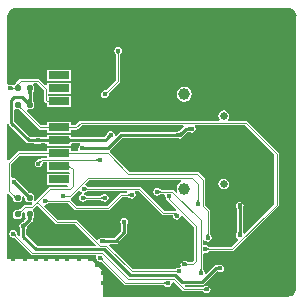
<source format=gbl>
G04*
G04 #@! TF.GenerationSoftware,Altium Limited,Altium Designer,20.0.13 (296)*
G04*
G04 Layer_Physical_Order=2*
G04 Layer_Color=16711680*
%FSLAX25Y25*%
%MOIN*%
G70*
G01*
G75*
%ADD10C,0.01000*%
G04:AMPARAMS|DCode=23|XSize=20mil|YSize=20mil|CornerRadius=5mil|HoleSize=0mil|Usage=FLASHONLY|Rotation=270.000|XOffset=0mil|YOffset=0mil|HoleType=Round|Shape=RoundedRectangle|*
%AMROUNDEDRECTD23*
21,1,0.02000,0.01000,0,0,270.0*
21,1,0.01000,0.02000,0,0,270.0*
1,1,0.01000,-0.00500,-0.00500*
1,1,0.01000,-0.00500,0.00500*
1,1,0.01000,0.00500,0.00500*
1,1,0.01000,0.00500,-0.00500*
%
%ADD23ROUNDEDRECTD23*%
%ADD57C,0.00400*%
%ADD58C,0.03937*%
%ADD59C,0.02559*%
%ADD60O,0.06299X0.03937*%
%ADD61O,0.08268X0.03937*%
%ADD62C,0.01600*%
%ADD63R,0.08661X0.08000*%
%ADD64R,0.05512X0.06299*%
%ADD65R,0.05512X0.04724*%
%ADD66R,0.07087X0.02756*%
G36*
X27702Y74819D02*
X27708Y74749D01*
X27718Y74687D01*
X27732Y74634D01*
X27750Y74589D01*
X27772Y74551D01*
X27798Y74523D01*
X27828Y74502D01*
X27862Y74490D01*
X27900Y74485D01*
X27100D01*
X27138Y74490D01*
X27172Y74502D01*
X27202Y74523D01*
X27228Y74551D01*
X27250Y74589D01*
X27268Y74634D01*
X27282Y74687D01*
X27292Y74749D01*
X27298Y74819D01*
X27300Y74897D01*
X27700D01*
X27702Y74819D01*
D02*
G37*
G36*
X25642Y73992D02*
X25781Y73876D01*
X25850Y73830D01*
X25919Y73790D01*
X25987Y73758D01*
X26054Y73732D01*
X26122Y73714D01*
X26188Y73704D01*
X26195Y73703D01*
X26251Y73708D01*
X26313Y73718D01*
X26366Y73732D01*
X26412Y73750D01*
X26449Y73772D01*
X26477Y73798D01*
X26498Y73828D01*
X26510Y73862D01*
X26515Y73900D01*
Y73100D01*
X26510Y73138D01*
X26498Y73172D01*
X26477Y73202D01*
X26449Y73228D01*
X26412Y73250D01*
X26366Y73268D01*
X26313Y73282D01*
X26251Y73292D01*
X26195Y73297D01*
X26188Y73296D01*
X26122Y73286D01*
X26054Y73268D01*
X25987Y73242D01*
X25919Y73210D01*
X25850Y73170D01*
X25781Y73124D01*
X25712Y73070D01*
X25642Y73008D01*
X25571Y72940D01*
Y74060D01*
X25642Y73992D01*
D02*
G37*
G36*
X32285Y72594D02*
X32225Y72527D01*
X32173Y72446D01*
X32127Y72352D01*
X32088Y72244D01*
X32056Y72123D01*
X32032Y71988D01*
X32014Y71840D01*
X32004Y71678D01*
X32000Y71502D01*
X31000D01*
X30997Y71678D01*
X30968Y71988D01*
X30944Y72123D01*
X30912Y72244D01*
X30873Y72352D01*
X30828Y72446D01*
X30775Y72527D01*
X30715Y72594D01*
X30648Y72648D01*
X32352D01*
X32285Y72594D01*
D02*
G37*
G36*
X32004Y69822D02*
X32032Y69512D01*
X32056Y69377D01*
X32088Y69256D01*
X32127Y69148D01*
X32173Y69054D01*
X32225Y68973D01*
X32285Y68906D01*
X32352Y68852D01*
X31783D01*
X30514Y67583D01*
X30570Y67660D01*
X30597Y67751D01*
X30596Y67857D01*
X30566Y67976D01*
X30509Y68111D01*
X30422Y68259D01*
X30308Y68422D01*
X30165Y68600D01*
X29795Y68998D01*
X30503Y69705D01*
X30709Y69505D01*
X30929Y69319D01*
X30944Y69377D01*
X30968Y69512D01*
X30986Y69660D01*
X30997Y69822D01*
X31000Y69998D01*
X32000D01*
X32004Y69822D01*
D02*
G37*
G36*
X37630Y68920D02*
X37628Y68923D01*
X37622Y68926D01*
X37611Y68929D01*
X37596Y68931D01*
X37552Y68935D01*
X37454Y68937D01*
X37413Y68938D01*
Y69338D01*
X37454Y69338D01*
X37622Y69349D01*
X37628Y69352D01*
X37630Y69355D01*
Y68920D01*
D02*
G37*
G36*
X26925Y100406D02*
X117575D01*
X117589Y100408D01*
X118317Y100313D01*
X119019Y100022D01*
X119622Y99559D01*
X120085Y98956D01*
X120376Y98254D01*
X120441Y97754D01*
X120406Y97575D01*
Y7000D01*
X120412Y6937D01*
X120412Y6937D01*
X120412Y6937D01*
X120313Y6183D01*
X120022Y5481D01*
X119559Y4878D01*
X118956Y4415D01*
X118254Y4124D01*
X117500Y4025D01*
Y4020D01*
X117500Y4019D01*
X56000D01*
X56000Y12500D01*
X52000Y16500D01*
X24020Y16500D01*
Y38142D01*
X24520Y38350D01*
X25798Y37072D01*
X25819Y37013D01*
X25826Y37009D01*
X25829Y37002D01*
X25881Y36947D01*
X25917Y36906D01*
X25944Y36871D01*
X25963Y36843D01*
X25975Y36823D01*
X25977Y36818D01*
X25978Y36809D01*
X25980Y36805D01*
Y36500D01*
X26058Y36110D01*
X26279Y35779D01*
X26610Y35558D01*
X27000Y35480D01*
X28000D01*
X28390Y35558D01*
X28721Y35779D01*
X28942Y36110D01*
X29020Y36500D01*
Y37324D01*
X29520Y37499D01*
X29756Y37245D01*
X29875Y37097D01*
X29966Y36968D01*
X29980Y36942D01*
Y36601D01*
X29973Y36583D01*
X29980Y36566D01*
Y36500D01*
X29981Y36499D01*
X29980Y36497D01*
X29981Y36495D01*
X30058Y36110D01*
X30279Y35779D01*
X30610Y35558D01*
X31000Y35480D01*
X32000D01*
X32178Y35516D01*
X32424Y35055D01*
X32083Y34714D01*
X30000D01*
X29727Y34659D01*
X29495Y34505D01*
X28150Y33159D01*
X28086Y33134D01*
X28018Y33068D01*
X27967Y33023D01*
X27962Y33020D01*
X27949D01*
X27932Y33027D01*
X27915Y33020D01*
X27854D01*
X27850Y33020D01*
X27848Y33020D01*
X27000D01*
X26610Y32942D01*
X26279Y32721D01*
X26058Y32390D01*
X25980Y32000D01*
Y31000D01*
X26058Y30610D01*
X26279Y30279D01*
X26610Y30058D01*
X27000Y29980D01*
X28000D01*
X28390Y30058D01*
X28721Y30279D01*
X28942Y30610D01*
X29020Y31000D01*
Y31848D01*
X29021Y31850D01*
X29020Y31853D01*
Y31914D01*
X29027Y31932D01*
X29020Y31949D01*
Y31959D01*
X29074Y32023D01*
X29134Y32086D01*
X29160Y32150D01*
X29444Y32434D01*
X29554Y32419D01*
X29980Y32000D01*
Y31000D01*
X30058Y30610D01*
X30279Y30279D01*
X30074Y29815D01*
X29516Y29257D01*
X29466Y29237D01*
X29298Y29077D01*
X29227Y29016D01*
X29212Y29004D01*
X29208Y29002D01*
X29197Y28996D01*
X29196Y28994D01*
X28905Y28936D01*
X28475Y28649D01*
X28188Y28219D01*
X28087Y27712D01*
X28188Y27205D01*
X28353Y26958D01*
X28353Y26956D01*
X28354Y26953D01*
X28371Y26679D01*
X28372Y26604D01*
X28393Y26553D01*
Y24323D01*
X27893Y24116D01*
X27452Y24557D01*
X27431Y24616D01*
X27406Y24644D01*
X27400Y24653D01*
X27391Y24667D01*
X27382Y24688D01*
X27372Y24716D01*
X27362Y24753D01*
X27355Y24791D01*
X27342Y24923D01*
X27341Y25000D01*
X27312Y25067D01*
X27225Y25507D01*
X26937Y25937D01*
X26507Y26225D01*
X26000Y26326D01*
X25493Y26225D01*
X25063Y25937D01*
X24775Y25507D01*
X24675Y25000D01*
X24775Y24493D01*
X25063Y24063D01*
X25493Y23775D01*
X25933Y23688D01*
X26000Y23659D01*
X26085Y23658D01*
X26147Y23654D01*
X26201Y23647D01*
X26247Y23638D01*
X26284Y23628D01*
X26312Y23618D01*
X26333Y23609D01*
X26347Y23600D01*
X26356Y23594D01*
X26384Y23569D01*
X26443Y23548D01*
X31895Y18095D01*
X32127Y17941D01*
X32400Y17886D01*
X53473D01*
X53751Y17386D01*
X53675Y17000D01*
X53775Y16493D01*
X54063Y16063D01*
X54493Y15775D01*
X54933Y15688D01*
X55000Y15659D01*
X55085Y15658D01*
X55147Y15654D01*
X55201Y15647D01*
X55247Y15638D01*
X55284Y15628D01*
X55312Y15618D01*
X55333Y15609D01*
X55347Y15600D01*
X55356Y15594D01*
X55384Y15569D01*
X55443Y15548D01*
X62895Y8095D01*
X63127Y7941D01*
X63400Y7886D01*
X76148D01*
X76203Y7860D01*
X76241Y7858D01*
X76252Y7856D01*
X76268Y7852D01*
X76290Y7843D01*
X76317Y7831D01*
X76350Y7812D01*
X76381Y7790D01*
X76484Y7705D01*
X76539Y7652D01*
X76607Y7625D01*
X76980Y7375D01*
X77487Y7275D01*
X77995Y7375D01*
X78425Y7663D01*
X78712Y8093D01*
X78813Y8600D01*
X79210Y9039D01*
X79469Y9066D01*
X82540Y5995D01*
X82771Y5841D01*
X83044Y5786D01*
X89160D01*
X89216Y5760D01*
X89254Y5758D01*
X89265Y5756D01*
X89281Y5751D01*
X89302Y5743D01*
X89329Y5731D01*
X89362Y5711D01*
X89394Y5690D01*
X89497Y5605D01*
X89551Y5552D01*
X89619Y5525D01*
X89993Y5275D01*
X90500Y5175D01*
X91007Y5275D01*
X91437Y5563D01*
X91725Y5993D01*
X91825Y6500D01*
X91725Y7007D01*
X91437Y7437D01*
X91007Y7725D01*
X90500Y7825D01*
X89993Y7725D01*
X89619Y7475D01*
X89551Y7448D01*
X89491Y7389D01*
X89444Y7348D01*
X89401Y7314D01*
X89362Y7288D01*
X89329Y7269D01*
X89302Y7256D01*
X89281Y7248D01*
X89265Y7244D01*
X89254Y7242D01*
X89216Y7240D01*
X89160Y7214D01*
X83384D01*
X83138Y7517D01*
X83340Y7980D01*
X89000D01*
X89390Y8058D01*
X89721Y8279D01*
X93901Y12459D01*
X94116Y12454D01*
X94209Y12447D01*
X94228Y12444D01*
X94233Y12443D01*
X94244Y12440D01*
X94246Y12440D01*
X94493Y12275D01*
X95000Y12174D01*
X95507Y12275D01*
X95937Y12563D01*
X96225Y12993D01*
X96325Y13500D01*
X96225Y14007D01*
X95937Y14437D01*
X95507Y14725D01*
X95000Y14826D01*
X94493Y14725D01*
X94246Y14560D01*
X94244Y14560D01*
X94241Y14559D01*
X93967Y14542D01*
X93892Y14541D01*
X93841Y14520D01*
X93500D01*
X93110Y14442D01*
X92779Y14221D01*
X90280Y11722D01*
X89819Y11968D01*
X89825Y12000D01*
X89725Y12507D01*
X89475Y12881D01*
X89448Y12949D01*
X89389Y13009D01*
X89348Y13056D01*
X89314Y13099D01*
X89289Y13138D01*
X89269Y13171D01*
X89257Y13198D01*
X89249Y13219D01*
X89244Y13235D01*
X89242Y13246D01*
X89240Y13284D01*
X89214Y13340D01*
Y18318D01*
X89714Y18643D01*
X90000Y18586D01*
X90507Y18687D01*
X90881Y18937D01*
X90949Y18964D01*
X91009Y19023D01*
X91056Y19064D01*
X91099Y19097D01*
X91138Y19123D01*
X91171Y19142D01*
X91198Y19155D01*
X91219Y19163D01*
X91235Y19168D01*
X91246Y19170D01*
X91284Y19172D01*
X91340Y19198D01*
X99033D01*
X99306Y19252D01*
X99538Y19407D01*
X114317Y34187D01*
X114472Y34418D01*
X114526Y34691D01*
Y51712D01*
X114472Y51985D01*
X114317Y52217D01*
X104029Y62505D01*
X103798Y62659D01*
X103525Y62714D01*
X97686D01*
X97504Y63214D01*
X97818Y63684D01*
X97956Y64378D01*
X97818Y65072D01*
X97425Y65661D01*
X96836Y66054D01*
X96142Y66192D01*
X95447Y66054D01*
X94859Y65661D01*
X94465Y65072D01*
X94327Y64378D01*
X94465Y63684D01*
X94779Y63214D01*
X94598Y62714D01*
X48500D01*
X48227Y62659D01*
X47995Y62505D01*
X46681Y61190D01*
X45205D01*
Y62354D01*
X37118D01*
Y61190D01*
X35319D01*
X30566Y65944D01*
X30581Y66054D01*
X31000Y66480D01*
X32000D01*
X32390Y66558D01*
X32721Y66779D01*
X32942Y67110D01*
X33020Y67500D01*
Y68500D01*
X32942Y68890D01*
X32772Y69145D01*
X32735Y69234D01*
X32706Y69246D01*
X32691Y69274D01*
X32660Y69299D01*
X32656Y69302D01*
X32644Y69321D01*
X32626Y69358D01*
X32606Y69416D01*
X32585Y69494D01*
X32568Y69585D01*
X32544Y69852D01*
X32541Y70008D01*
X32520Y70057D01*
Y71442D01*
X32541Y71491D01*
X32544Y71655D01*
X32553Y71790D01*
X32567Y71907D01*
X32585Y72006D01*
X32606Y72084D01*
X32626Y72142D01*
X32644Y72179D01*
X32656Y72198D01*
X32660Y72201D01*
X32691Y72226D01*
X32706Y72254D01*
X32735Y72265D01*
X32772Y72355D01*
X32942Y72610D01*
X33020Y73000D01*
Y74000D01*
X32942Y74390D01*
X32721Y74721D01*
X32623Y74786D01*
X32775Y75286D01*
X33929D01*
X36199Y73016D01*
Y69638D01*
X36253Y69365D01*
X36408Y69133D01*
X36908Y68633D01*
X37118Y68493D01*
Y67260D01*
X45205D01*
Y71016D01*
X37626D01*
Y71591D01*
X45205D01*
Y75346D01*
X37118D01*
Y74769D01*
X36656Y74577D01*
X34729Y76505D01*
X34498Y76659D01*
X34225Y76714D01*
X28500D01*
X28227Y76659D01*
X27995Y76505D01*
X26995Y75505D01*
X26841Y75273D01*
X26786Y75000D01*
Y74977D01*
X26610Y74942D01*
X26279Y74721D01*
X25953Y74452D01*
X25659Y74624D01*
X25507Y74725D01*
X25000Y74826D01*
X24520Y74730D01*
X24486Y74729D01*
X24020Y75010D01*
Y97247D01*
X24083Y97563D01*
X24088D01*
X24187Y98317D01*
X24478Y99019D01*
X24941Y99622D01*
X25544Y100085D01*
X26246Y100376D01*
X26745Y100441D01*
X26925Y100406D01*
D02*
G37*
G36*
X28464Y67538D02*
X28453Y67503D01*
X28452Y67463D01*
X28462Y67418D01*
X28483Y67368D01*
X28514Y67312D01*
X28556Y67251D01*
X28608Y67185D01*
X28671Y67114D01*
X28745Y67038D01*
X28462Y66755D01*
X28386Y66829D01*
X28249Y66944D01*
X28188Y66986D01*
X28132Y67017D01*
X28082Y67038D01*
X28036Y67048D01*
X27997Y67047D01*
X27962Y67036D01*
X27932Y67014D01*
X28486Y67568D01*
X28464Y67538D01*
D02*
G37*
G36*
X44685Y60838D02*
X44697Y60804D01*
X44718Y60774D01*
X44747Y60748D01*
X44784Y60726D01*
X44829Y60708D01*
X44883Y60694D01*
X44945Y60684D01*
X45015Y60678D01*
X45093Y60676D01*
Y60276D01*
X45015Y60274D01*
X44945Y60268D01*
X44883Y60258D01*
X44829Y60244D01*
X44784Y60226D01*
X44747Y60204D01*
X44718Y60178D01*
X44697Y60148D01*
X44685Y60114D01*
X44681Y60076D01*
Y60876D01*
X44685Y60838D01*
D02*
G37*
G36*
X37630Y60076D02*
X37626Y60114D01*
X37614Y60148D01*
X37594Y60178D01*
X37566Y60204D01*
X37530Y60226D01*
X37486Y60244D01*
X37434Y60258D01*
X37374Y60268D01*
X37306Y60274D01*
X37230Y60276D01*
Y60676D01*
X37306Y60678D01*
X37374Y60684D01*
X37434Y60694D01*
X37486Y60708D01*
X37530Y60726D01*
X37566Y60748D01*
X37594Y60774D01*
X37614Y60804D01*
X37626Y60838D01*
X37630Y60876D01*
Y60076D01*
D02*
G37*
G36*
X84929Y59440D02*
X84913Y59451D01*
X84888Y59462D01*
X84856Y59471D01*
X84815Y59478D01*
X84766Y59485D01*
X84643Y59495D01*
X84395Y59500D01*
Y60500D01*
X84486Y60501D01*
X84815Y60522D01*
X84856Y60529D01*
X84888Y60538D01*
X84913Y60549D01*
X84929Y60560D01*
Y59440D01*
D02*
G37*
G36*
X27000Y66480D02*
X27848D01*
X27850Y66479D01*
X27854Y66480D01*
X27915D01*
X27932Y66473D01*
X27949Y66480D01*
X27959D01*
X28023Y66427D01*
X28086Y66366D01*
X28150Y66341D01*
X34519Y59972D01*
X34751Y59817D01*
X35024Y59763D01*
X37118D01*
Y58598D01*
X45205D01*
Y59763D01*
X46976D01*
X47249Y59817D01*
X47481Y59972D01*
X48796Y61286D01*
X82725D01*
X82877Y60786D01*
X82779Y60721D01*
X81603Y59545D01*
X81553Y59526D01*
X81385Y59365D01*
X81314Y59304D01*
X81299Y59292D01*
X81295Y59290D01*
X81285Y59284D01*
X81284Y59282D01*
X80993Y59225D01*
X80746Y59060D01*
X80744Y59060D01*
X80741Y59059D01*
X80467Y59042D01*
X80392Y59041D01*
X80341Y59020D01*
X62000D01*
X61610Y58942D01*
X61279Y58721D01*
X60280Y57722D01*
X59819Y57968D01*
X59825Y58000D01*
X59725Y58507D01*
X59437Y58937D01*
X59007Y59225D01*
X58500Y59325D01*
X57993Y59225D01*
X57563Y58937D01*
X57275Y58507D01*
X57218Y58216D01*
X57216Y58215D01*
X57214Y58213D01*
X57033Y58006D01*
X56980Y57953D01*
X56959Y57901D01*
X56223Y57165D01*
X45755D01*
X45707Y57187D01*
X45531Y57191D01*
X45396Y57203D01*
X45291Y57220D01*
X45217Y57240D01*
X45205Y57245D01*
Y58024D01*
X37118D01*
Y57250D01*
X37117Y57247D01*
X37097Y57239D01*
X37025Y57220D01*
X36922Y57203D01*
X36789Y57191D01*
X36616Y57187D01*
X36568Y57165D01*
X35342D01*
X35293Y57187D01*
X35061Y57192D01*
X34968Y57199D01*
X34949Y57201D01*
X34944Y57202D01*
X34933Y57205D01*
X34931Y57205D01*
X34684Y57370D01*
X34177Y57471D01*
X33670Y57370D01*
X33423Y57205D01*
X33421Y57205D01*
X33418Y57205D01*
X33144Y57187D01*
X33069Y57187D01*
X33018Y57165D01*
X31735D01*
X26432Y62468D01*
Y66121D01*
X26932Y66494D01*
X27000Y66480D01*
D02*
G37*
G36*
X113099Y51416D02*
Y34987D01*
X103183Y25071D01*
X102599Y25195D01*
X102560Y25254D01*
X102560Y25256D01*
X102559Y25259D01*
X102542Y25533D01*
X102541Y25608D01*
X102520Y25659D01*
Y33335D01*
X102541Y33384D01*
X102546Y33616D01*
X102553Y33709D01*
X102556Y33728D01*
X102557Y33733D01*
X102560Y33744D01*
X102560Y33746D01*
X102725Y33993D01*
X102825Y34500D01*
X102725Y35007D01*
X102437Y35437D01*
X102007Y35725D01*
X101500Y35825D01*
X100993Y35725D01*
X100563Y35437D01*
X100275Y35007D01*
X100174Y34500D01*
X100275Y33993D01*
X100440Y33746D01*
X100440Y33744D01*
X100441Y33741D01*
X100458Y33467D01*
X100459Y33392D01*
X100480Y33341D01*
Y25665D01*
X100459Y25616D01*
X100454Y25384D01*
X100447Y25291D01*
X100444Y25272D01*
X100443Y25267D01*
X100440Y25256D01*
X100440Y25254D01*
X100275Y25007D01*
X100174Y24500D01*
X100275Y23993D01*
X100563Y23563D01*
X100805Y23401D01*
X100929Y22817D01*
X98738Y20626D01*
X91340D01*
X91284Y20652D01*
X91246Y20654D01*
X91235Y20656D01*
X91219Y20660D01*
X91198Y20668D01*
X91171Y20681D01*
X91138Y20700D01*
X91106Y20722D01*
X91003Y20807D01*
X90949Y20860D01*
X90881Y20887D01*
X90507Y21136D01*
X90000Y21237D01*
X89714Y21180D01*
X89214Y21506D01*
Y22844D01*
X89714Y22996D01*
X89875Y22754D01*
X90305Y22466D01*
X90813Y22366D01*
X91320Y22466D01*
X91750Y22754D01*
X92037Y23184D01*
X92138Y23691D01*
X92037Y24198D01*
X91788Y24572D01*
X91761Y24640D01*
X91702Y24700D01*
X91661Y24747D01*
X91627Y24790D01*
X91601Y24828D01*
X91582Y24861D01*
X91569Y24889D01*
X91561Y24910D01*
X91557Y24926D01*
X91555Y24937D01*
X91553Y24975D01*
X91526Y25030D01*
Y32704D01*
X91472Y32977D01*
X91317Y33209D01*
X90053Y34473D01*
Y43031D01*
X89999Y43304D01*
X89844Y43536D01*
X87875Y45505D01*
X87643Y45659D01*
X87370Y45714D01*
X64720D01*
X58242Y52192D01*
X58221Y52694D01*
X58263Y52821D01*
X62422Y56980D01*
X80335D01*
X80384Y56959D01*
X80616Y56954D01*
X80709Y56947D01*
X80728Y56944D01*
X80733Y56943D01*
X80744Y56940D01*
X80746Y56940D01*
X80993Y56775D01*
X81500Y56674D01*
X82007Y56775D01*
X82437Y57063D01*
X82725Y57493D01*
X82782Y57784D01*
X82784Y57785D01*
X82785Y57788D01*
X82967Y57994D01*
X83020Y58047D01*
X83041Y58099D01*
X83922Y58980D01*
X84335D01*
X84384Y58959D01*
X84616Y58954D01*
X84709Y58947D01*
X84728Y58944D01*
X84733Y58943D01*
X84744Y58940D01*
X84746Y58940D01*
X84993Y58775D01*
X85500Y58675D01*
X86007Y58775D01*
X86437Y59063D01*
X86725Y59493D01*
X86826Y60000D01*
X86725Y60507D01*
X86538Y60786D01*
X86735Y61260D01*
X86760Y61286D01*
X103229D01*
X113099Y51416D01*
D02*
G37*
G36*
X82635Y58427D02*
X82571Y58363D01*
X82353Y58115D01*
X82330Y58081D01*
X82313Y58052D01*
X82303Y58027D01*
X82300Y58008D01*
X81508Y58800D01*
X81527Y58803D01*
X81552Y58813D01*
X81581Y58830D01*
X81615Y58853D01*
X81655Y58883D01*
X81749Y58964D01*
X81927Y59135D01*
X82635Y58427D01*
D02*
G37*
G36*
X80929Y57440D02*
X80913Y57451D01*
X80888Y57462D01*
X80856Y57471D01*
X80815Y57478D01*
X80766Y57485D01*
X80643Y57495D01*
X80396Y57500D01*
Y58500D01*
X80486Y58501D01*
X80815Y58522D01*
X80856Y58529D01*
X80888Y58538D01*
X80913Y58549D01*
X80929Y58560D01*
Y57440D01*
D02*
G37*
G36*
X58492Y57200D02*
X58473Y57197D01*
X58448Y57187D01*
X58419Y57170D01*
X58385Y57147D01*
X58345Y57117D01*
X58251Y57036D01*
X58073Y56865D01*
X57365Y57573D01*
X57429Y57637D01*
X57647Y57885D01*
X57670Y57919D01*
X57687Y57948D01*
X57697Y57973D01*
X57700Y57992D01*
X58492Y57200D01*
D02*
G37*
G36*
X34764Y56694D02*
X34789Y56684D01*
X34821Y56675D01*
X34862Y56667D01*
X34911Y56660D01*
X35034Y56651D01*
X35282Y56646D01*
Y55646D01*
X35191Y55645D01*
X34862Y55624D01*
X34821Y55616D01*
X34789Y55607D01*
X34764Y55597D01*
X34748Y55585D01*
Y56705D01*
X34764Y56694D01*
D02*
G37*
G36*
X33606Y55585D02*
X33590Y55597D01*
X33566Y55607D01*
X33533Y55616D01*
X33492Y55624D01*
X33443Y55630D01*
X33320Y55640D01*
X33073Y55646D01*
Y56646D01*
X33163Y56646D01*
X33492Y56667D01*
X33533Y56675D01*
X33566Y56684D01*
X33590Y56694D01*
X33606Y56705D01*
Y55585D01*
D02*
G37*
G36*
X44691Y57051D02*
X44721Y56966D01*
X44772Y56890D01*
X44843Y56826D01*
X44934Y56770D01*
X45045Y56726D01*
X45177Y56691D01*
X45329Y56665D01*
X45501Y56651D01*
X45693Y56646D01*
Y55646D01*
X45501Y55641D01*
X45329Y55625D01*
X45177Y55601D01*
X45045Y55566D01*
X44934Y55520D01*
X44843Y55466D01*
X44772Y55401D01*
X44721Y55326D01*
X44691Y55240D01*
X44681Y55146D01*
Y57146D01*
X44691Y57051D01*
D02*
G37*
G36*
X37630Y55146D02*
X37620Y55240D01*
X37590Y55326D01*
X37540Y55401D01*
X37470Y55466D01*
X37380Y55520D01*
X37270Y55566D01*
X37140Y55601D01*
X36990Y55625D01*
X36820Y55641D01*
X36630Y55646D01*
Y56646D01*
X36820Y56651D01*
X36990Y56665D01*
X37140Y56691D01*
X37270Y56726D01*
X37380Y56770D01*
X37470Y56826D01*
X37540Y56890D01*
X37590Y56966D01*
X37620Y57051D01*
X37630Y57146D01*
Y55146D01*
D02*
G37*
G36*
X49587Y54049D02*
X49611Y54038D01*
X49644Y54029D01*
X49685Y54022D01*
X49734Y54015D01*
X49857Y54005D01*
X50104Y54000D01*
Y53000D01*
X50014Y52999D01*
X49685Y52978D01*
X49644Y52971D01*
X49611Y52962D01*
X49587Y52951D01*
X49571Y52940D01*
Y54060D01*
X49587Y54049D01*
D02*
G37*
G36*
X24692Y61325D02*
X30592Y55425D01*
X30922Y55203D01*
X31313Y55126D01*
X33012D01*
X33061Y55104D01*
X33293Y55099D01*
X33386Y55092D01*
X33405Y55089D01*
X33410Y55089D01*
X33421Y55085D01*
X33423Y55086D01*
X33670Y54921D01*
X34177Y54820D01*
X34684Y54921D01*
X34931Y55086D01*
X34933Y55085D01*
X34936Y55086D01*
X35210Y55104D01*
X35285Y55104D01*
X35336Y55126D01*
X36568D01*
X36616Y55105D01*
X36789Y55100D01*
X36922Y55088D01*
X37025Y55071D01*
X37097Y55052D01*
X37117Y55044D01*
X37118Y55041D01*
Y54268D01*
X45205D01*
Y55046D01*
X45217Y55051D01*
X45291Y55071D01*
X45396Y55088D01*
X45531Y55100D01*
X45707Y55105D01*
X45755Y55126D01*
X48193D01*
X48345Y54626D01*
X48063Y54437D01*
X47775Y54007D01*
X47675Y53500D01*
X47768Y53029D01*
X47765Y52977D01*
X47484Y52529D01*
X45205D01*
Y53693D01*
X37118D01*
Y52529D01*
X27815D01*
X27542Y52474D01*
X27310Y52320D01*
X24520Y49529D01*
X24020Y49736D01*
Y61499D01*
X24211Y61565D01*
X24520Y61582D01*
X24692Y61325D01*
D02*
G37*
G36*
X44685Y52177D02*
X44697Y52143D01*
X44718Y52113D01*
X44747Y52087D01*
X44784Y52065D01*
X44829Y52047D01*
X44883Y52033D01*
X44945Y52023D01*
X45015Y52017D01*
X45093Y52015D01*
Y51615D01*
X45015Y51613D01*
X44945Y51607D01*
X44883Y51597D01*
X44829Y51583D01*
X44784Y51565D01*
X44747Y51543D01*
X44718Y51517D01*
X44697Y51487D01*
X44685Y51453D01*
X44681Y51415D01*
Y52215D01*
X44685Y52177D01*
D02*
G37*
G36*
X37630Y51415D02*
X37626Y51453D01*
X37614Y51487D01*
X37594Y51517D01*
X37566Y51543D01*
X37530Y51565D01*
X37486Y51583D01*
X37434Y51597D01*
X37374Y51607D01*
X37306Y51613D01*
X37230Y51615D01*
Y52015D01*
X37306Y52017D01*
X37374Y52023D01*
X37434Y52033D01*
X37486Y52047D01*
X37530Y52065D01*
X37566Y52087D01*
X37594Y52113D01*
X37614Y52143D01*
X37626Y52177D01*
X37630Y52215D01*
Y51415D01*
D02*
G37*
G36*
X54341Y49052D02*
X54271Y49120D01*
X54132Y49235D01*
X54063Y49282D01*
X53994Y49322D01*
X53926Y49354D01*
X53858Y49380D01*
X53791Y49398D01*
X53724Y49408D01*
X53658Y49412D01*
Y49812D01*
X53724Y49815D01*
X53791Y49826D01*
X53858Y49844D01*
X53926Y49869D01*
X53994Y49902D01*
X54063Y49942D01*
X54132Y49988D01*
X54201Y50042D01*
X54271Y50103D01*
X54341Y50172D01*
Y49052D01*
D02*
G37*
G36*
X35468Y49185D02*
X35424Y49136D01*
X35384Y49081D01*
X35349Y49020D01*
X35319Y48955D01*
X35294Y48884D01*
X35274Y48807D01*
X35258Y48726D01*
X35247Y48638D01*
X35241Y48545D01*
X35239Y48447D01*
X34447Y49239D01*
X34545Y49241D01*
X34725Y49258D01*
X34807Y49273D01*
X34884Y49294D01*
X34955Y49319D01*
X35021Y49349D01*
X35081Y49384D01*
X35136Y49424D01*
X35185Y49468D01*
X35468Y49185D01*
D02*
G37*
G36*
X44685Y47773D02*
X44697Y47743D01*
X44716Y47716D01*
X44743Y47693D01*
X44778Y47674D01*
X44821Y47658D01*
X44872Y47645D01*
X44930Y47636D01*
X44997Y47631D01*
X45071Y47629D01*
Y47229D01*
X44997Y47228D01*
X44930Y47222D01*
X44872Y47213D01*
X44821Y47201D01*
X44778Y47185D01*
X44743Y47165D01*
X44716Y47142D01*
X44697Y47116D01*
X44685Y47085D01*
X44681Y47052D01*
Y47807D01*
X44685Y47773D01*
D02*
G37*
G36*
X26916Y42360D02*
X26926Y42336D01*
X26942Y42306D01*
X26966Y42272D01*
X26996Y42232D01*
X27076Y42138D01*
X27247Y41960D01*
X26540Y41253D01*
X26476Y41317D01*
X26228Y41534D01*
X26194Y41558D01*
X26164Y41574D01*
X26140Y41584D01*
X26121Y41587D01*
X26913Y42379D01*
X26916Y42360D01*
D02*
G37*
G36*
X50142Y40492D02*
X50281Y40376D01*
X50350Y40330D01*
X50419Y40290D01*
X50487Y40258D01*
X50554Y40232D01*
X50621Y40214D01*
X50688Y40204D01*
X50755Y40200D01*
Y39800D01*
X50688Y39796D01*
X50621Y39786D01*
X50554Y39768D01*
X50487Y39742D01*
X50419Y39710D01*
X50350Y39670D01*
X50281Y39624D01*
X50212Y39570D01*
X50142Y39508D01*
X50071Y39440D01*
Y40560D01*
X50142Y40492D01*
D02*
G37*
G36*
X81970Y42537D02*
X81973Y42286D01*
X81220Y41784D01*
X80675Y40967D01*
X80483Y40004D01*
X80675Y39041D01*
X80285Y38725D01*
X79505Y39505D01*
X79273Y39659D01*
X79000Y39714D01*
X75340D01*
X75284Y39740D01*
X75246Y39742D01*
X75235Y39744D01*
X75219Y39748D01*
X75198Y39757D01*
X75171Y39769D01*
X75138Y39788D01*
X75106Y39810D01*
X75003Y39895D01*
X74949Y39948D01*
X74881Y39975D01*
X74507Y40225D01*
X74000Y40325D01*
X73493Y40225D01*
X73063Y39937D01*
X72775Y39507D01*
X72675Y39000D01*
X72775Y38493D01*
X73063Y38063D01*
X73493Y37775D01*
X74000Y37674D01*
X74507Y37775D01*
X74881Y38025D01*
X74949Y38052D01*
X75009Y38111D01*
X75056Y38152D01*
X75099Y38186D01*
X75138Y38212D01*
X75171Y38231D01*
X75198Y38243D01*
X75219Y38252D01*
X75235Y38256D01*
X75246Y38258D01*
X75284Y38260D01*
X75340Y38286D01*
X76406D01*
X76731Y37786D01*
X76674Y37500D01*
X76775Y36993D01*
X77063Y36563D01*
X77297Y36406D01*
X77312Y36370D01*
X77341Y36227D01*
X77495Y35995D01*
X80432Y33059D01*
X80405Y32651D01*
X80359Y32552D01*
X80297Y32487D01*
X80007Y32502D01*
X80005Y32505D01*
X79773Y32659D01*
X79500Y32714D01*
X76296D01*
X68505Y40505D01*
X68273Y40659D01*
X68000Y40714D01*
X50840D01*
X50784Y40740D01*
X50746Y40742D01*
X50735Y40744D01*
X50719Y40749D01*
X50698Y40756D01*
X50671Y40769D01*
X50638Y40788D01*
X50606Y40810D01*
X50503Y40895D01*
X50449Y40948D01*
X50381Y40975D01*
X50195Y41099D01*
X50071Y41683D01*
X51174Y42786D01*
X81889D01*
X81970Y42537D01*
D02*
G37*
G36*
X74642Y39492D02*
X74781Y39376D01*
X74850Y39330D01*
X74919Y39290D01*
X74987Y39258D01*
X75054Y39232D01*
X75121Y39214D01*
X75188Y39204D01*
X75255Y39200D01*
Y38800D01*
X75188Y38796D01*
X75121Y38786D01*
X75054Y38768D01*
X74987Y38742D01*
X74919Y38710D01*
X74850Y38670D01*
X74781Y38624D01*
X74712Y38570D01*
X74642Y38508D01*
X74571Y38440D01*
Y39560D01*
X74642Y39492D01*
D02*
G37*
G36*
X64929Y37440D02*
X64858Y37508D01*
X64719Y37624D01*
X64650Y37670D01*
X64581Y37710D01*
X64513Y37742D01*
X64446Y37768D01*
X64378Y37786D01*
X64312Y37796D01*
X64245Y37800D01*
Y38200D01*
X64312Y38204D01*
X64378Y38214D01*
X64446Y38232D01*
X64513Y38258D01*
X64581Y38290D01*
X64650Y38330D01*
X64719Y38376D01*
X64788Y38430D01*
X64858Y38492D01*
X64929Y38560D01*
Y37440D01*
D02*
G37*
G36*
X43142Y37992D02*
X43281Y37876D01*
X43350Y37830D01*
X43419Y37790D01*
X43487Y37758D01*
X43554Y37732D01*
X43622Y37714D01*
X43688Y37704D01*
X43755Y37700D01*
Y37300D01*
X43688Y37296D01*
X43622Y37286D01*
X43554Y37268D01*
X43487Y37242D01*
X43419Y37210D01*
X43350Y37170D01*
X43281Y37124D01*
X43212Y37070D01*
X43142Y37008D01*
X43071Y36940D01*
Y38060D01*
X43142Y37992D01*
D02*
G37*
G36*
X26315Y37850D02*
X26377Y37796D01*
X26432Y37755D01*
X26481Y37727D01*
X26523Y37710D01*
X26559Y37706D01*
X26588Y37714D01*
X26610Y37734D01*
X26627Y37767D01*
X26636Y37812D01*
X26515Y36810D01*
X26517Y36860D01*
X26512Y36910D01*
X26500Y36963D01*
X26481Y37017D01*
X26456Y37073D01*
X26422Y37130D01*
X26382Y37189D01*
X26335Y37250D01*
X26281Y37312D01*
X26220Y37376D01*
X26246Y37915D01*
X26315Y37850D01*
D02*
G37*
G36*
X75495Y31495D02*
X75727Y31341D01*
X76000Y31286D01*
X79127D01*
X79128Y31284D01*
X79138Y31247D01*
X79145Y31209D01*
X79158Y31077D01*
X79159Y31000D01*
X79188Y30933D01*
X79275Y30493D01*
X79563Y30063D01*
X79993Y29775D01*
X80500Y29675D01*
X81007Y29775D01*
X81437Y30063D01*
X81725Y30493D01*
X81818Y30965D01*
X81956Y31054D01*
X82297Y31194D01*
X86286Y27204D01*
Y16296D01*
X85537Y15546D01*
X84437D01*
X84381Y15573D01*
X84343Y15575D01*
X84332Y15577D01*
X84316Y15581D01*
X84295Y15589D01*
X84268Y15602D01*
X84235Y15621D01*
X84203Y15643D01*
X84100Y15728D01*
X84046Y15781D01*
X83978Y15808D01*
X83604Y16057D01*
X83097Y16158D01*
X82590Y16057D01*
X82160Y15770D01*
X81872Y15340D01*
X81772Y14833D01*
X81872Y14325D01*
X81944Y14219D01*
X81643Y13769D01*
X81360Y13826D01*
X80852Y13725D01*
X80479Y13475D01*
X80411Y13448D01*
X80351Y13389D01*
X80303Y13348D01*
X80260Y13314D01*
X80222Y13288D01*
X80189Y13269D01*
X80162Y13257D01*
X80141Y13249D01*
X80125Y13244D01*
X80113Y13242D01*
X80076Y13240D01*
X80020Y13214D01*
X65796D01*
X57914Y21095D01*
X58121Y21595D01*
X60115D01*
X60505Y21673D01*
X60836Y21894D01*
X63721Y24779D01*
X63942Y25110D01*
X64020Y25500D01*
Y27835D01*
X64041Y27884D01*
X64046Y28116D01*
X64053Y28209D01*
X64056Y28228D01*
X64057Y28233D01*
X64060Y28244D01*
X64060Y28246D01*
X64225Y28493D01*
X64325Y29000D01*
X64225Y29507D01*
X63937Y29937D01*
X63507Y30225D01*
X63000Y30325D01*
X62493Y30225D01*
X62063Y29937D01*
X61775Y29507D01*
X61674Y29000D01*
X61775Y28493D01*
X61940Y28246D01*
X61940Y28244D01*
X61941Y28241D01*
X61958Y27967D01*
X61959Y27892D01*
X61980Y27841D01*
Y25922D01*
X59693Y23634D01*
X56548D01*
X56498Y23656D01*
X56198Y23659D01*
X56097Y23664D01*
X56007Y23725D01*
X55500Y23825D01*
X54993Y23725D01*
X54563Y23437D01*
X54401Y23195D01*
X53817Y23071D01*
X47490Y29398D01*
X47259Y29552D01*
X46986Y29607D01*
X40903D01*
X36306Y34203D01*
X36446Y34544D01*
X36535Y34681D01*
X37007Y34775D01*
X37381Y35025D01*
X37449Y35052D01*
X37509Y35111D01*
X37556Y35152D01*
X37599Y35186D01*
X37638Y35212D01*
X37671Y35231D01*
X37698Y35243D01*
X37719Y35252D01*
X37735Y35256D01*
X37746Y35258D01*
X37784Y35260D01*
X37840Y35286D01*
X44272D01*
X46490Y33068D01*
X46722Y32913D01*
X46995Y32859D01*
X57674D01*
X57947Y32913D01*
X58178Y33068D01*
X62396Y37286D01*
X64160D01*
X64216Y37260D01*
X64254Y37258D01*
X64265Y37256D01*
X64281Y37251D01*
X64302Y37244D01*
X64329Y37231D01*
X64362Y37211D01*
X64394Y37190D01*
X64497Y37105D01*
X64551Y37052D01*
X64619Y37025D01*
X64993Y36775D01*
X65500Y36674D01*
X66007Y36775D01*
X66437Y37063D01*
X66725Y37493D01*
X66825Y38000D01*
X66725Y38507D01*
X66538Y38786D01*
X66736Y39260D01*
X66760Y39286D01*
X67704D01*
X75495Y31495D01*
D02*
G37*
G36*
X30709Y38505D02*
X31078Y38192D01*
X31241Y38078D01*
X31389Y37991D01*
X31524Y37934D01*
X31644Y37904D01*
X31749Y37903D01*
X31840Y37930D01*
X31917Y37986D01*
X30514Y36583D01*
X30570Y36660D01*
X30597Y36751D01*
X30596Y36856D01*
X30566Y36976D01*
X30509Y37111D01*
X30422Y37259D01*
X30308Y37422D01*
X30165Y37600D01*
X29795Y37997D01*
X30503Y38705D01*
X30709Y38505D01*
D02*
G37*
G36*
X78227Y36731D02*
X78221Y36722D01*
X78216Y36709D01*
X78212Y36692D01*
X78208Y36671D01*
X78205Y36645D01*
X78201Y36581D01*
X78200Y36500D01*
X77800D01*
X77800Y36543D01*
X77792Y36671D01*
X77788Y36692D01*
X77784Y36709D01*
X77779Y36722D01*
X77773Y36731D01*
X77767Y36735D01*
X78233D01*
X78227Y36731D01*
D02*
G37*
G36*
X55929Y36440D02*
X55858Y36508D01*
X55719Y36624D01*
X55650Y36670D01*
X55581Y36710D01*
X55513Y36742D01*
X55446Y36768D01*
X55379Y36786D01*
X55312Y36796D01*
X55245Y36800D01*
Y37200D01*
X55312Y37204D01*
X55379Y37214D01*
X55446Y37232D01*
X55513Y37258D01*
X55581Y37290D01*
X55650Y37330D01*
X55719Y37376D01*
X55788Y37430D01*
X55858Y37492D01*
X55929Y37560D01*
Y36440D01*
D02*
G37*
G36*
X49775Y37492D02*
X49915Y37376D01*
X49984Y37330D01*
X50052Y37290D01*
X50120Y37258D01*
X50188Y37232D01*
X50255Y37214D01*
X50322Y37204D01*
X50388Y37200D01*
Y36800D01*
X50322Y36796D01*
X50255Y36786D01*
X50188Y36768D01*
X50120Y36742D01*
X50052Y36710D01*
X49984Y36670D01*
X49915Y36624D01*
X49845Y36570D01*
X49775Y36508D01*
X49705Y36440D01*
Y37560D01*
X49775Y37492D01*
D02*
G37*
G36*
X37118Y50326D02*
X35612D01*
X35339Y50271D01*
X35107Y50117D01*
X34882Y49891D01*
X34824Y49871D01*
X34796Y49846D01*
X34786Y49839D01*
X34772Y49831D01*
X34751Y49821D01*
X34723Y49811D01*
X34686Y49801D01*
X34649Y49794D01*
X34516Y49782D01*
X34440Y49780D01*
X34373Y49751D01*
X33932Y49664D01*
X33502Y49377D01*
X33215Y48947D01*
X33114Y48439D01*
X33215Y47932D01*
X33502Y47502D01*
X33932Y47215D01*
X34439Y47114D01*
X34947Y47215D01*
X35377Y47502D01*
X35664Y47932D01*
X35752Y48373D01*
X35781Y48440D01*
X35782Y48524D01*
X35786Y48586D01*
X35793Y48641D01*
X35801Y48686D01*
X35811Y48723D01*
X35821Y48751D01*
X35831Y48772D01*
X35839Y48786D01*
X35846Y48796D01*
X35871Y48824D01*
X35891Y48882D01*
X35908Y48898D01*
X37118D01*
Y45606D01*
X44681D01*
X44850Y45319D01*
X44681Y45031D01*
X37118D01*
Y41276D01*
X44025D01*
X44292Y40776D01*
X44251Y40714D01*
X38379D01*
X38106Y40659D01*
X37874Y40505D01*
X33435Y36065D01*
X32984Y36322D01*
X33020Y36500D01*
Y37500D01*
X32942Y37890D01*
X32721Y38221D01*
X32390Y38442D01*
X32005Y38519D01*
X32003Y38520D01*
X32001Y38519D01*
X32000Y38519D01*
X31934D01*
X31917Y38527D01*
X31899Y38519D01*
X31558D01*
X31532Y38534D01*
X31409Y38621D01*
X31072Y38907D01*
X30879Y39094D01*
X30828Y39114D01*
X27657Y42284D01*
X27638Y42334D01*
X27478Y42502D01*
X27417Y42573D01*
X27405Y42588D01*
X27402Y42592D01*
X27397Y42603D01*
X27395Y42604D01*
X27337Y42895D01*
X27050Y43325D01*
X26620Y43612D01*
X26113Y43713D01*
X25826Y43656D01*
X25326Y43981D01*
Y48317D01*
X28111Y51101D01*
X37118D01*
Y50326D01*
D02*
G37*
G36*
X34454Y35787D02*
X34414Y35730D01*
X34386Y35674D01*
X34369Y35617D01*
X34364Y35561D01*
X34369Y35504D01*
X34386Y35447D01*
X34414Y35391D01*
X34454Y35334D01*
X34505Y35278D01*
X34222Y34995D01*
X34222Y34995D01*
X34222Y34995D01*
X34166Y35046D01*
X34109Y35085D01*
X34053Y35114D01*
X33996Y35131D01*
X33939Y35136D01*
X33883Y35131D01*
X33826Y35114D01*
X33770Y35085D01*
X33713Y35046D01*
X33662Y35000D01*
X33656Y34995D01*
X33939Y35561D01*
X34505Y35844D01*
X34505Y35844D01*
X34505Y35844D01*
X34454Y35787D01*
D02*
G37*
G36*
X87704Y36188D02*
X87714Y36121D01*
X87732Y36054D01*
X87758Y35987D01*
X87790Y35919D01*
X87830Y35850D01*
X87876Y35781D01*
X87930Y35712D01*
X87992Y35642D01*
X88060Y35571D01*
X86940D01*
X87008Y35642D01*
X87124Y35781D01*
X87170Y35850D01*
X87210Y35919D01*
X87242Y35987D01*
X87268Y36054D01*
X87286Y36121D01*
X87296Y36188D01*
X87300Y36255D01*
X87700D01*
X87704Y36188D01*
D02*
G37*
G36*
X37142Y36492D02*
X37281Y36376D01*
X37350Y36330D01*
X37419Y36290D01*
X37487Y36258D01*
X37554Y36232D01*
X37622Y36214D01*
X37688Y36204D01*
X37755Y36200D01*
Y35800D01*
X37688Y35796D01*
X37622Y35786D01*
X37554Y35768D01*
X37487Y35742D01*
X37419Y35710D01*
X37350Y35670D01*
X37281Y35624D01*
X37212Y35570D01*
X37142Y35508D01*
X37071Y35440D01*
Y36560D01*
X37142Y36492D01*
D02*
G37*
G36*
X48401Y39305D02*
X48563Y39063D01*
X48956Y38800D01*
X48972Y38650D01*
X48913Y38282D01*
X48626Y38225D01*
X48196Y37937D01*
X47909Y37507D01*
X47808Y37000D01*
X47909Y36493D01*
X48196Y36063D01*
X48626Y35775D01*
X49134Y35675D01*
X49641Y35775D01*
X50014Y36025D01*
X50082Y36052D01*
X50143Y36111D01*
X50190Y36152D01*
X50233Y36186D01*
X50271Y36211D01*
X50304Y36231D01*
X50331Y36244D01*
X50353Y36252D01*
X50369Y36256D01*
X50380Y36258D01*
X50418Y36260D01*
X50473Y36286D01*
X55160D01*
X55216Y36260D01*
X55254Y36258D01*
X55265Y36256D01*
X55281Y36252D01*
X55302Y36244D01*
X55329Y36231D01*
X55362Y36211D01*
X55394Y36190D01*
X55497Y36105D01*
X55551Y36052D01*
X55619Y36025D01*
X55993Y35775D01*
X56500Y35675D01*
X57007Y35775D01*
X57437Y36063D01*
X57725Y36493D01*
X57825Y37000D01*
X57725Y37507D01*
X57437Y37937D01*
X57007Y38225D01*
X56500Y38326D01*
X55993Y38225D01*
X55619Y37975D01*
X55551Y37948D01*
X55491Y37889D01*
X55444Y37848D01*
X55401Y37814D01*
X55362Y37789D01*
X55329Y37769D01*
X55302Y37756D01*
X55281Y37749D01*
X55265Y37744D01*
X55254Y37742D01*
X55216Y37740D01*
X55160Y37714D01*
X50473D01*
X50418Y37740D01*
X50380Y37742D01*
X50369Y37744D01*
X50353Y37749D01*
X50331Y37756D01*
X50304Y37769D01*
X50271Y37789D01*
X50240Y37810D01*
X50137Y37895D01*
X50082Y37948D01*
X50014Y37975D01*
X49678Y38200D01*
X49661Y38350D01*
X49721Y38719D01*
X50007Y38775D01*
X50381Y39025D01*
X50449Y39052D01*
X50509Y39111D01*
X50556Y39152D01*
X50599Y39186D01*
X50638Y39211D01*
X50671Y39231D01*
X50698Y39244D01*
X50719Y39252D01*
X50735Y39256D01*
X50746Y39258D01*
X50784Y39260D01*
X50840Y39286D01*
X63794D01*
X64007Y38908D01*
X63882Y38714D01*
X62101D01*
X61828Y38659D01*
X61596Y38505D01*
X57378Y34286D01*
X47291D01*
X45231Y36347D01*
X45211Y36470D01*
X45265Y36861D01*
X45311Y36947D01*
X45383Y36995D01*
X47817Y39429D01*
X48401Y39305D01*
D02*
G37*
G36*
X102049Y33913D02*
X102038Y33889D01*
X102029Y33856D01*
X102022Y33815D01*
X102015Y33766D01*
X102005Y33643D01*
X102000Y33395D01*
X101000D01*
X100999Y33486D01*
X100978Y33815D01*
X100971Y33856D01*
X100962Y33889D01*
X100951Y33913D01*
X100940Y33929D01*
X102060D01*
X102049Y33913D01*
D02*
G37*
G36*
X28745Y32462D02*
X28671Y32386D01*
X28556Y32248D01*
X28514Y32188D01*
X28483Y32132D01*
X28462Y32082D01*
X28452Y32036D01*
X28453Y31996D01*
X28464Y31962D01*
X28486Y31932D01*
X27932Y32485D01*
X27962Y32464D01*
X27997Y32452D01*
X28036Y32452D01*
X28082Y32462D01*
X28132Y32483D01*
X28188Y32514D01*
X28249Y32556D01*
X28315Y32608D01*
X28386Y32671D01*
X28462Y32745D01*
X28745Y32462D01*
D02*
G37*
G36*
X79804Y31984D02*
X79859Y31945D01*
X79919Y31910D01*
X79984Y31880D01*
X80055Y31855D01*
X80132Y31834D01*
X80214Y31818D01*
X80301Y31808D01*
X80394Y31801D01*
X80492Y31800D01*
X79700Y31008D01*
X79699Y31106D01*
X79682Y31286D01*
X79666Y31368D01*
X79645Y31444D01*
X79620Y31515D01*
X79590Y31581D01*
X79555Y31641D01*
X79516Y31696D01*
X79471Y31746D01*
X79754Y32029D01*
X79804Y31984D01*
D02*
G37*
G36*
X32159Y30551D02*
X32126Y30528D01*
X32096Y30490D01*
X32071Y30437D01*
X32049Y30369D01*
X32032Y30285D01*
X32018Y30187D01*
X32008Y30073D01*
X32000Y29799D01*
X31000D01*
X30998Y29944D01*
X30969Y30285D01*
X30951Y30369D01*
X30929Y30437D01*
X30904Y30490D01*
X30874Y30528D01*
X30841Y30551D01*
X30804Y30559D01*
X32197D01*
X32159Y30551D01*
D02*
G37*
G36*
X63549Y28413D02*
X63538Y28389D01*
X63529Y28356D01*
X63522Y28315D01*
X63515Y28266D01*
X63505Y28143D01*
X63500Y27896D01*
X62500D01*
X62499Y27986D01*
X62478Y28315D01*
X62471Y28356D01*
X62462Y28389D01*
X62451Y28413D01*
X62440Y28429D01*
X63560D01*
X63549Y28413D01*
D02*
G37*
G36*
X30547Y28139D02*
X30483Y28075D01*
X30266Y27827D01*
X30242Y27793D01*
X30226Y27764D01*
X30216Y27739D01*
X30213Y27720D01*
X29421Y28512D01*
X29440Y28515D01*
X29464Y28525D01*
X29494Y28542D01*
X29528Y28565D01*
X29568Y28595D01*
X29662Y28675D01*
X29840Y28846D01*
X30547Y28139D01*
D02*
G37*
G36*
X29961Y27125D02*
X29951Y27101D01*
X29942Y27068D01*
X29934Y27027D01*
X29928Y26978D01*
X29918Y26855D01*
X29913Y26607D01*
X28913D01*
X28912Y26698D01*
X28891Y27027D01*
X28883Y27068D01*
X28874Y27101D01*
X28864Y27125D01*
X28853Y27141D01*
X29973D01*
X29961Y27125D01*
D02*
G37*
G36*
X102001Y25514D02*
X102022Y25185D01*
X102029Y25144D01*
X102038Y25111D01*
X102049Y25087D01*
X102060Y25071D01*
X100940D01*
X100951Y25087D01*
X100962Y25111D01*
X100971Y25144D01*
X100978Y25185D01*
X100985Y25234D01*
X100995Y25357D01*
X101000Y25605D01*
X102000D01*
X102001Y25514D01*
D02*
G37*
G36*
X91016Y24879D02*
X91027Y24813D01*
X91045Y24745D01*
X91070Y24678D01*
X91103Y24610D01*
X91142Y24541D01*
X91189Y24472D01*
X91243Y24403D01*
X91304Y24333D01*
X91373Y24262D01*
X90253D01*
X90321Y24333D01*
X90436Y24472D01*
X90483Y24541D01*
X90523Y24610D01*
X90555Y24678D01*
X90580Y24745D01*
X90598Y24813D01*
X90609Y24879D01*
X90613Y24946D01*
X91013D01*
X91016Y24879D01*
D02*
G37*
G36*
X26801Y24894D02*
X26818Y24714D01*
X26834Y24632D01*
X26855Y24555D01*
X26880Y24485D01*
X26910Y24419D01*
X26945Y24359D01*
X26984Y24304D01*
X27029Y24254D01*
X26746Y23971D01*
X26696Y24016D01*
X26641Y24055D01*
X26581Y24090D01*
X26515Y24120D01*
X26445Y24145D01*
X26368Y24166D01*
X26286Y24182D01*
X26199Y24193D01*
X26106Y24199D01*
X26008Y24200D01*
X26800Y24992D01*
X26801Y24894D01*
D02*
G37*
G36*
X55995Y23132D02*
X56014Y23129D01*
X56042Y23125D01*
X56181Y23118D01*
X56492Y23115D01*
X56681Y22115D01*
X56591Y22114D01*
X56311Y22093D01*
X56262Y22084D01*
X56221Y22072D01*
X56187Y22059D01*
X56163Y22044D01*
X56146Y22028D01*
X55985Y23136D01*
X55995Y23132D01*
D02*
G37*
G36*
X40102Y28388D02*
X40334Y28234D01*
X40607Y28179D01*
X46690D01*
X53588Y21282D01*
X53396Y20820D01*
X34122D01*
X30432Y24510D01*
Y26547D01*
X30454Y26596D01*
X30459Y26828D01*
X30466Y26921D01*
X30469Y26940D01*
X30470Y26945D01*
X30473Y26956D01*
X30472Y26958D01*
X30637Y27205D01*
X30695Y27496D01*
X30697Y27497D01*
X30698Y27499D01*
X30880Y27706D01*
X30933Y27759D01*
X30953Y27811D01*
X32221Y29078D01*
X32442Y29409D01*
X32497Y29686D01*
X32541Y29784D01*
X32548Y30042D01*
X32556Y30126D01*
X32562Y30169D01*
X32579Y30176D01*
X32584Y30187D01*
X32721Y30279D01*
X32942Y30610D01*
X33020Y31000D01*
Y32000D01*
X32942Y32390D01*
X32721Y32721D01*
X32578Y32816D01*
X32652Y33341D01*
X32883Y33495D01*
X33939Y34551D01*
X40102Y28388D01*
D02*
G37*
G36*
X90642Y20403D02*
X90781Y20288D01*
X90850Y20242D01*
X90919Y20202D01*
X90987Y20169D01*
X91054Y20144D01*
X91122Y20126D01*
X91188Y20116D01*
X91255Y20112D01*
Y19712D01*
X91188Y19708D01*
X91122Y19697D01*
X91054Y19680D01*
X90987Y19654D01*
X90919Y19622D01*
X90850Y19582D01*
X90781Y19535D01*
X90712Y19481D01*
X90642Y19420D01*
X90571Y19352D01*
Y20472D01*
X90642Y20403D01*
D02*
G37*
G36*
X55801Y16894D02*
X55818Y16714D01*
X55834Y16632D01*
X55855Y16556D01*
X55880Y16485D01*
X55910Y16419D01*
X55945Y16359D01*
X55984Y16304D01*
X56029Y16254D01*
X55746Y15971D01*
X55696Y16016D01*
X55641Y16055D01*
X55581Y16090D01*
X55515Y16120D01*
X55445Y16145D01*
X55368Y16166D01*
X55286Y16182D01*
X55199Y16193D01*
X55106Y16199D01*
X55008Y16200D01*
X55800Y16992D01*
X55801Y16894D01*
D02*
G37*
G36*
X83739Y15324D02*
X83878Y15209D01*
X83947Y15162D01*
X84016Y15123D01*
X84084Y15090D01*
X84151Y15065D01*
X84219Y15047D01*
X84285Y15036D01*
X84352Y15033D01*
Y14633D01*
X84285Y14629D01*
X84219Y14618D01*
X84151Y14600D01*
X84084Y14575D01*
X84016Y14543D01*
X83947Y14503D01*
X83878Y14456D01*
X83809Y14402D01*
X83739Y14341D01*
X83668Y14273D01*
Y15393D01*
X83739Y15324D01*
D02*
G37*
G36*
X94429Y12940D02*
X94413Y12951D01*
X94389Y12962D01*
X94356Y12971D01*
X94315Y12978D01*
X94266Y12985D01*
X94143Y12995D01*
X93896Y13000D01*
Y14000D01*
X93986Y14001D01*
X94315Y14022D01*
X94356Y14029D01*
X94389Y14038D01*
X94413Y14049D01*
X94429Y14060D01*
Y12940D01*
D02*
G37*
G36*
X88704Y13188D02*
X88714Y13122D01*
X88732Y13054D01*
X88758Y12987D01*
X88790Y12919D01*
X88830Y12850D01*
X88876Y12781D01*
X88930Y12712D01*
X88992Y12642D01*
X89060Y12571D01*
X87940D01*
X88008Y12642D01*
X88124Y12781D01*
X88170Y12850D01*
X88210Y12919D01*
X88242Y12987D01*
X88268Y13054D01*
X88286Y13122D01*
X88296Y13188D01*
X88300Y13255D01*
X88700D01*
X88704Y13188D01*
D02*
G37*
G36*
X80788Y11940D02*
X80718Y12008D01*
X80579Y12124D01*
X80510Y12170D01*
X80441Y12210D01*
X80373Y12242D01*
X80305Y12268D01*
X80238Y12286D01*
X80171Y12296D01*
X80105Y12300D01*
Y12700D01*
X80171Y12704D01*
X80238Y12714D01*
X80305Y12732D01*
X80373Y12758D01*
X80441Y12790D01*
X80510Y12830D01*
X80579Y12876D01*
X80648Y12930D01*
X80718Y12992D01*
X80788Y13060D01*
Y11940D01*
D02*
G37*
G36*
X76916Y8040D02*
X76846Y8108D01*
X76706Y8224D01*
X76637Y8270D01*
X76569Y8310D01*
X76501Y8342D01*
X76433Y8368D01*
X76366Y8386D01*
X76299Y8396D01*
X76233Y8400D01*
Y8800D01*
X76299Y8804D01*
X76366Y8814D01*
X76433Y8832D01*
X76501Y8858D01*
X76569Y8890D01*
X76637Y8930D01*
X76706Y8976D01*
X76776Y9030D01*
X76846Y9092D01*
X76916Y9160D01*
Y8040D01*
D02*
G37*
G36*
X89929Y5940D02*
X89858Y6008D01*
X89719Y6124D01*
X89650Y6170D01*
X89581Y6210D01*
X89513Y6242D01*
X89446Y6268D01*
X89378Y6286D01*
X89312Y6296D01*
X89245Y6300D01*
Y6700D01*
X89312Y6704D01*
X89378Y6714D01*
X89446Y6732D01*
X89513Y6758D01*
X89581Y6790D01*
X89650Y6830D01*
X89719Y6876D01*
X89788Y6930D01*
X89858Y6992D01*
X89929Y7060D01*
Y5940D01*
D02*
G37*
%LPC*%
G36*
X45205Y79677D02*
X37118D01*
Y75921D01*
X45205D01*
Y79677D01*
D02*
G37*
G36*
X61000Y87357D02*
X60493Y87256D01*
X60063Y86969D01*
X59775Y86539D01*
X59675Y86032D01*
X59775Y85524D01*
X60025Y85151D01*
X60052Y85083D01*
X60111Y85023D01*
X60152Y84975D01*
X60186Y84932D01*
X60211Y84894D01*
X60231Y84861D01*
X60243Y84834D01*
X60251Y84812D01*
X60256Y84796D01*
X60258Y84785D01*
X60260Y84748D01*
X60286Y84692D01*
Y76296D01*
X56943Y72952D01*
X56884Y72931D01*
X56856Y72906D01*
X56847Y72900D01*
X56833Y72891D01*
X56812Y72882D01*
X56784Y72872D01*
X56747Y72862D01*
X56709Y72855D01*
X56577Y72842D01*
X56500Y72841D01*
X56433Y72812D01*
X55993Y72725D01*
X55563Y72437D01*
X55275Y72007D01*
X55174Y71500D01*
X55275Y70993D01*
X55563Y70563D01*
X55993Y70275D01*
X56500Y70174D01*
X57007Y70275D01*
X57437Y70563D01*
X57725Y70993D01*
X57812Y71433D01*
X57841Y71500D01*
X57842Y71584D01*
X57846Y71647D01*
X57853Y71701D01*
X57862Y71747D01*
X57872Y71784D01*
X57882Y71812D01*
X57891Y71833D01*
X57900Y71847D01*
X57906Y71856D01*
X57931Y71884D01*
X57952Y71943D01*
X61505Y75495D01*
X61659Y75727D01*
X61714Y76000D01*
Y84692D01*
X61740Y84748D01*
X61742Y84785D01*
X61744Y84796D01*
X61748Y84812D01*
X61756Y84834D01*
X61769Y84861D01*
X61788Y84894D01*
X61810Y84926D01*
X61895Y85028D01*
X61948Y85083D01*
X61975Y85151D01*
X62225Y85524D01*
X62326Y86032D01*
X62225Y86539D01*
X61937Y86969D01*
X61507Y87256D01*
X61000Y87357D01*
D02*
G37*
G36*
X83000Y74017D02*
X82037Y73825D01*
X81220Y73280D01*
X80675Y72463D01*
X80483Y71500D01*
X80675Y70537D01*
X81220Y69720D01*
X82037Y69175D01*
X83000Y68983D01*
X83963Y69175D01*
X84780Y69720D01*
X85325Y70537D01*
X85517Y71500D01*
X85325Y72463D01*
X84780Y73280D01*
X83963Y73825D01*
X83000Y74017D01*
D02*
G37*
%LPD*%
G36*
X61492Y85390D02*
X61376Y85251D01*
X61330Y85181D01*
X61290Y85113D01*
X61258Y85045D01*
X61232Y84977D01*
X61214Y84910D01*
X61204Y84843D01*
X61200Y84777D01*
X60800D01*
X60796Y84843D01*
X60786Y84910D01*
X60768Y84977D01*
X60742Y85045D01*
X60710Y85113D01*
X60670Y85181D01*
X60624Y85251D01*
X60570Y85320D01*
X60508Y85390D01*
X60440Y85460D01*
X61560D01*
X61492Y85390D01*
D02*
G37*
G36*
X57529Y72246D02*
X57484Y72196D01*
X57445Y72141D01*
X57410Y72081D01*
X57380Y72016D01*
X57355Y71944D01*
X57334Y71868D01*
X57318Y71786D01*
X57307Y71699D01*
X57301Y71606D01*
X57300Y71508D01*
X56508Y72300D01*
X56606Y72301D01*
X56786Y72318D01*
X56868Y72334D01*
X56945Y72355D01*
X57016Y72380D01*
X57081Y72410D01*
X57141Y72445D01*
X57196Y72484D01*
X57246Y72529D01*
X57529Y72246D01*
D02*
G37*
%LPC*%
G36*
X96142Y43437D02*
X95447Y43298D01*
X94859Y42905D01*
X94465Y42316D01*
X94327Y41622D01*
X94465Y40928D01*
X94859Y40339D01*
X95447Y39946D01*
X96142Y39808D01*
X96836Y39946D01*
X97425Y40339D01*
X97818Y40928D01*
X97956Y41622D01*
X97818Y42316D01*
X97425Y42905D01*
X96836Y43298D01*
X96142Y43437D01*
D02*
G37*
%LPD*%
D10*
X63000Y25500D02*
Y29000D01*
X60115Y22615D02*
X63000Y25500D01*
X55615Y22615D02*
X60115D01*
X55500Y22500D02*
X55615Y22615D01*
X83500Y60000D02*
X85500D01*
X81500Y58000D02*
X83500Y60000D01*
X64897Y11300D02*
X79941D01*
X56397Y19800D02*
X64897Y11300D01*
X33700Y19800D02*
X56397D01*
X79941Y11300D02*
X82241Y9000D01*
X62000Y58000D02*
X81500D01*
X101500Y24500D02*
Y34500D01*
X49000Y53500D02*
X57500D01*
X62000Y58000D01*
X29413Y24087D02*
X33700Y19800D01*
X29413Y24087D02*
Y27712D01*
X31500Y29799D01*
Y31500D01*
X56646Y56146D02*
X58500Y58000D01*
X41162Y56146D02*
X56646D01*
X82241Y9000D02*
X89000D01*
X93500Y13500D02*
X95000D01*
X89000Y9000D02*
X93500Y13500D01*
X26113Y42387D02*
X31500Y37000D01*
X25413Y62046D02*
X31313Y56146D01*
X25413Y62046D02*
Y69712D01*
X26413Y70712D01*
X28788D01*
X31500Y68000D01*
Y73500D01*
X31313Y56146D02*
X34177D01*
X41162D01*
D23*
X27500Y37000D02*
D03*
X31500D02*
D03*
X27500Y31500D02*
D03*
X31500D02*
D03*
X27500Y68000D02*
D03*
X31500D02*
D03*
X27500Y73500D02*
D03*
X31500D02*
D03*
D57*
X24613Y39266D02*
Y48613D01*
X27815Y51815D02*
X57610D01*
X24613Y48613D02*
X27815Y51815D01*
X85833Y14833D02*
X87000Y16000D01*
X78000Y36500D02*
X87000Y27500D01*
Y16000D02*
Y27500D01*
X79000Y39000D02*
X88500Y29500D01*
X90000Y19912D02*
X99033D01*
X88500Y12000D02*
Y29500D01*
X83097Y14833D02*
X85833D01*
X65500Y12500D02*
X81360D01*
X64203Y10100D02*
X79444D01*
X55703Y18600D02*
X64203Y10100D01*
X32400Y18600D02*
X55703D01*
X55000Y17000D02*
X63400Y8600D01*
X79444Y10100D02*
X83044Y6500D01*
X57000Y21000D02*
X65500Y12500D01*
X63400Y8600D02*
X77487D01*
X79500Y32000D02*
X80500Y31000D01*
X76000Y32000D02*
X79500D01*
X68000Y40000D02*
X76000Y32000D01*
X48500Y62000D02*
X103525D01*
X46976Y60476D02*
X48500Y62000D01*
X103525D02*
X113813Y51712D01*
X41162Y60476D02*
X46976D01*
X35024D02*
X41162D01*
X78000Y36500D02*
Y37500D01*
X84586Y45000D02*
X87370D01*
X99033Y19912D02*
X113813Y34691D01*
X90813Y23691D02*
Y32704D01*
X113813Y34691D02*
Y51712D01*
X64425Y45000D02*
X84586D01*
X87370D02*
X89339Y43031D01*
Y34177D02*
Y43031D01*
X57610Y51815D02*
X64425Y45000D01*
X50879Y43500D02*
X85500D01*
X87500Y41500D01*
X44879Y37500D02*
X50879Y43500D01*
X54879Y21000D02*
X57000D01*
X46986Y28893D02*
X54879Y21000D01*
X46000Y41000D02*
Y46500D01*
X45071Y47429D02*
X46000Y46500D01*
X41216Y47429D02*
X45071D01*
X41162Y47484D02*
X41216Y47429D01*
X38379Y40000D02*
X45000D01*
X46000Y41000D01*
X34439Y48439D02*
X35612Y49612D01*
X42500Y37500D02*
X44879D01*
X30000Y34000D02*
X32379D01*
X27500Y31500D02*
X30000Y34000D01*
X32379D02*
X33939Y35561D01*
X38379Y40000D01*
X40607Y28893D02*
X46986D01*
X33939Y35561D02*
X40607Y28893D01*
X33939Y35561D02*
X33939D01*
X44568Y36000D02*
X46995Y33573D01*
X36500Y36000D02*
X44568D01*
X35612Y49612D02*
X54913D01*
X83044Y6500D02*
X90500D01*
X61000Y76000D02*
Y86032D01*
X87500Y35000D02*
Y41500D01*
X74000Y39000D02*
X79000D01*
X49500Y40000D02*
X68000D01*
X49134Y37000D02*
X56500D01*
X57674Y33573D02*
X62101Y38000D01*
X65500D01*
X46995Y33573D02*
X57674D01*
X24613Y39266D02*
X26879Y37000D01*
X27500D01*
Y75000D02*
X28500Y76000D01*
X34225D02*
X36913Y73312D01*
X28500Y76000D02*
X34225D01*
X27500Y73500D02*
Y75000D01*
X25000Y73500D02*
X27500D01*
X27500Y73500D01*
X89339Y34177D02*
X90813Y32704D01*
X26000Y25000D02*
X32400Y18600D01*
X56500Y71500D02*
X61000Y76000D01*
X36913Y69638D02*
Y73312D01*
Y69638D02*
X37413Y69138D01*
X41162D01*
X27500Y68000D02*
X35024Y60476D01*
D58*
X83000Y40004D02*
D03*
Y71500D02*
D03*
D59*
X96142Y41622D02*
D03*
Y64378D02*
D03*
D60*
X109921Y70028D02*
D03*
Y35972D02*
D03*
D61*
X94173Y70028D02*
D03*
Y35972D02*
D03*
D62*
X51500Y29000D02*
D03*
X90000Y19912D02*
D03*
X83097Y14833D02*
D03*
X63000Y29000D02*
D03*
X67500Y30500D02*
D03*
X73000D02*
D03*
X81360Y12500D02*
D03*
X35500Y29500D02*
D03*
X104500Y83000D02*
D03*
X36000Y54000D02*
D03*
X44000Y23000D02*
D03*
X85500Y60000D02*
D03*
X77487Y8600D02*
D03*
X78500Y15500D02*
D03*
X80500Y31000D02*
D03*
X46500Y70000D02*
D03*
X98000Y55000D02*
D03*
X74500Y71000D02*
D03*
X81500Y58000D02*
D03*
X84000Y65000D02*
D03*
X78500Y25500D02*
D03*
Y20500D02*
D03*
X90500Y77000D02*
D03*
X90813Y23691D02*
D03*
X101500Y24500D02*
D03*
X79000Y83500D02*
D03*
X76000D02*
D03*
X73000D02*
D03*
X79000Y86500D02*
D03*
X76000Y86500D02*
D03*
X73000Y86500D02*
D03*
X79000Y89500D02*
D03*
X76000D02*
D03*
X73000D02*
D03*
Y20500D02*
D03*
X67500D02*
D03*
Y15500D02*
D03*
X73000D02*
D03*
Y25500D02*
D03*
X67500D02*
D03*
X93500Y27500D02*
D03*
X46500Y36500D02*
D03*
X36000Y46000D02*
D03*
X32500Y42500D02*
D03*
X25000Y77000D02*
D03*
X26000Y58500D02*
D03*
X28000Y63500D02*
D03*
X70500Y40000D02*
D03*
X68500Y37000D02*
D03*
X97000Y50000D02*
D03*
X65500Y72000D02*
D03*
X114000Y61000D02*
D03*
X108500Y48500D02*
D03*
X97000Y78000D02*
D03*
X34500Y73000D02*
D03*
X27500Y80500D02*
D03*
X45000Y91500D02*
D03*
X26500Y98500D02*
D03*
X26000Y16500D02*
D03*
X56000Y8500D02*
D03*
Y12000D02*
D03*
X54000Y14500D02*
D03*
X51500Y16500D02*
D03*
X48000D02*
D03*
X44000D02*
D03*
X40500D02*
D03*
X37000D02*
D03*
X33500D02*
D03*
X30000D02*
D03*
X55500Y22500D02*
D03*
X58500Y58000D02*
D03*
X49000Y53500D02*
D03*
X34439Y48439D02*
D03*
X36500Y36000D02*
D03*
X88500Y12000D02*
D03*
X90500Y6500D02*
D03*
X95000Y13500D02*
D03*
X61000Y86032D02*
D03*
X101500Y34500D02*
D03*
X74000Y39000D02*
D03*
X78000Y37500D02*
D03*
X42500D02*
D03*
X49500Y40000D02*
D03*
X49134Y37000D02*
D03*
X65500Y38000D02*
D03*
X56500Y37000D02*
D03*
X26113Y42387D02*
D03*
X25000Y73500D02*
D03*
X87500Y35000D02*
D03*
X55000Y17000D02*
D03*
X26000Y25000D02*
D03*
X56500Y71500D02*
D03*
X54913Y49612D02*
D03*
X29413Y27712D02*
D03*
X34177Y56146D02*
D03*
D63*
X81425Y21894D02*
D03*
Y82917D02*
D03*
D64*
X43630Y25043D02*
D03*
D65*
Y82917D02*
D03*
D66*
X41162Y43154D02*
D03*
Y47484D02*
D03*
Y51815D02*
D03*
Y56146D02*
D03*
Y60476D02*
D03*
Y69138D02*
D03*
Y73469D02*
D03*
Y77799D02*
D03*
Y64807D02*
D03*
M02*

</source>
